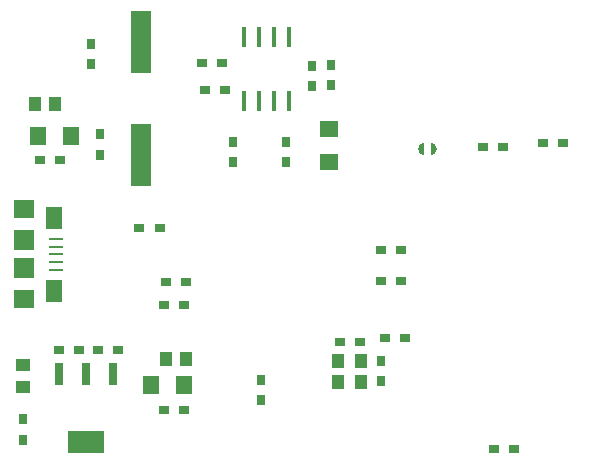
<source format=gbr>
G04 DipTrace 3.0.0.2*
G04 TopPaste.gbr*
%MOIN*%
G04 #@! TF.FileFunction,Paste,Top*
G04 #@! TF.Part,Single*
%AMOUTLINE2*
4,1,29,
0.008563,-0.020668,
0.008563,0.020668,
0.008121,0.020598,
0.005993,0.020028,
0.003936,0.019237,
0.001971,0.018237,
0.000123,0.017036,
-0.00159,0.015649,
-0.003149,0.01409,
-0.004536,0.012377,
-0.005737,0.010529,
-0.006737,0.008564,
-0.007528,0.006507,
-0.008098,0.004379,
-0.008443,0.002201,
-0.008558,0.0,
-0.008443,-0.002201,
-0.008098,-0.004379,
-0.007528,-0.006507,
-0.006737,-0.008564,
-0.005737,-0.010529,
-0.004536,-0.012377,
-0.003149,-0.01409,
-0.00159,-0.015649,
0.000123,-0.017036,
0.001971,-0.018237,
0.003936,-0.019237,
0.005993,-0.020028,
0.008121,-0.020598,
0.008563,-0.020668,
0*%
%AMOUTLINE5*
4,1,29,
-0.008563,0.020668,
-0.008563,-0.020668,
-0.008121,-0.020598,
-0.005993,-0.020028,
-0.003936,-0.019237,
-0.001971,-0.018237,
-0.000123,-0.017036,
0.00159,-0.015649,
0.003149,-0.01409,
0.004536,-0.012377,
0.005737,-0.010529,
0.006737,-0.008564,
0.007528,-0.006507,
0.008098,-0.004379,
0.008443,-0.002201,
0.008558,0.0,
0.008443,0.002201,
0.008098,0.004379,
0.007528,0.006507,
0.006737,0.008564,
0.005737,0.010529,
0.004536,0.012377,
0.003149,0.01409,
0.00159,0.015649,
-0.000123,0.017036,
-0.001971,0.018237,
-0.003936,0.019237,
-0.005993,0.020028,
-0.008121,0.020598,
-0.008563,0.020668,
0*%
%ADD47R,0.070866X0.208661*%
%ADD49R,0.015748X0.070866*%
%ADD51R,0.120079X0.076772*%
%ADD53R,0.029528X0.076772*%
%ADD55R,0.003937X0.055118*%
%ADD57R,0.055118X0.003937*%
%ADD59R,0.043307X0.051181*%
%ADD61R,0.051181X0.043307*%
%ADD63R,0.03937X0.049213*%
%ADD65R,0.066929X0.066929*%
%ADD67R,0.066929X0.062992*%
%ADD69R,0.055118X0.074803*%
%ADD71R,0.045276X0.007874*%
%ADD73R,0.055118X0.062992*%
%ADD75R,0.031496X0.035433*%
%ADD77R,0.062992X0.055118*%
%ADD79R,0.035433X0.031496*%
%ADD85OUTLINE2*%
%ADD88OUTLINE5*%
%FSLAX26Y26*%
G04*
G70*
G90*
G75*
G01*
G04 TopPaste*
%LPD*%
D79*
X568701Y818701D3*
X635630D3*
X766879D3*
X699950D3*
D77*
X1468701Y1443701D3*
Y1553937D3*
D75*
X706202Y1468701D3*
Y1535630D3*
X674952Y1837450D3*
Y1770521D3*
D73*
X987452Y699952D3*
X877215D3*
X498771Y1532037D3*
X609007D3*
D79*
X987450Y618700D3*
X920521D3*
X505021Y1450788D3*
X571950D3*
X993701Y1043701D3*
X926772D3*
X1643701Y1046701D3*
X1710630D3*
D75*
X1149950Y1443701D3*
Y1510630D3*
X1324950Y1443701D3*
Y1510630D3*
X1243701Y718701D3*
Y651772D3*
D79*
X1506201Y843701D3*
X1573130D3*
X1643701Y1149950D3*
X1710630D3*
X2087452Y487452D3*
X2020523D3*
D71*
X558023Y1187599D3*
Y1162008D3*
Y1136418D3*
Y1110827D3*
Y1085236D3*
D69*
X553101Y1258465D3*
Y1014370D3*
D67*
X452708Y1286024D3*
Y986811D3*
D65*
Y1183662D3*
Y1089173D3*
D63*
X924950Y787450D3*
X991879D3*
X555020Y1638288D3*
X488091D3*
D61*
X449952Y768701D3*
Y693898D3*
D75*
Y518701D3*
Y585630D3*
D79*
X918701Y968701D3*
X985630D3*
X837452Y1224950D3*
X904381D3*
D75*
X1643701Y712452D3*
Y779381D3*
D79*
X1656201Y856201D3*
X1723130D3*
X1122452Y1682201D3*
X1055523D3*
X1113452Y1775201D3*
X1046523D3*
D75*
X1474950Y1699952D3*
Y1766881D3*
X1412452Y1762450D3*
Y1695521D3*
D79*
X2049950Y1493701D3*
X1983021D3*
X2181201Y1506201D3*
X2248130D3*
D59*
X1499950Y711450D3*
X1574753D3*
X1499950Y781200D3*
X1574753D3*
D57*
X1093701Y1268701D3*
Y1249016D3*
Y1229331D3*
Y1209646D3*
Y1189961D3*
Y1170276D3*
Y1150591D3*
Y1130906D3*
Y1111221D3*
Y1091536D3*
Y1071851D3*
Y1052166D3*
Y1032481D3*
Y1012795D3*
Y993110D3*
Y973425D3*
D55*
X1170473Y896654D3*
X1190158D3*
X1209843D3*
X1229528D3*
X1249213D3*
X1268898D3*
X1288583D3*
X1308268D3*
X1327953D3*
X1347638D3*
X1367323D3*
X1387008D3*
X1406693D3*
X1426378D3*
X1446063D3*
X1465748D3*
D57*
X1542520Y973425D3*
Y993110D3*
Y1012795D3*
Y1032481D3*
Y1052166D3*
Y1071851D3*
Y1091536D3*
Y1111221D3*
Y1130906D3*
Y1150591D3*
Y1170276D3*
Y1189961D3*
Y1209646D3*
Y1229331D3*
Y1249016D3*
Y1268701D3*
D55*
X1465748Y1345473D3*
X1446063D3*
X1426378D3*
X1406693D3*
X1387008D3*
X1367323D3*
X1347638D3*
X1327953D3*
X1308268D3*
X1288583D3*
X1268898D3*
X1249213D3*
X1229528D3*
X1209843D3*
X1190158D3*
X1170473D3*
X2287450Y1324950D3*
X2267765D3*
X2248080D3*
X2228395D3*
X2208710D3*
X2189025D3*
X2169340D3*
X2149655D3*
X2129970D3*
X2110285D3*
X2090600D3*
X2070915D3*
X2051230D3*
X2031545D3*
X2011860D3*
X1992175D3*
X1972490D3*
X1952805D3*
X1933120D3*
X1913435D3*
X1893750D3*
X1874065D3*
X1854379D3*
X1834694D3*
Y561171D3*
X1854379D3*
X1874065D3*
X1893750D3*
X1913435D3*
X1933120D3*
X1952805D3*
X1972490D3*
X1992175D3*
X2011860D3*
X2031545D3*
X2051230D3*
X2070915D3*
X2090600D3*
X2110285D3*
X2129970D3*
X2149655D3*
X2169340D3*
X2189025D3*
X2208710D3*
X2228395D3*
X2248080D3*
X2267765D3*
X2287450D3*
D53*
X749950Y737450D3*
X659399D3*
X568848D3*
D51*
X659399Y509104D3*
D49*
X1184701Y1646201D3*
X1234701D3*
X1284701D3*
X1334701D3*
Y1858799D3*
X1284701D3*
X1234701D3*
X1184701D3*
D85*
X1774952Y1487450D3*
D88*
X1819952D3*
D47*
X843701Y1842717D3*
Y1468701D3*
M02*

</source>
